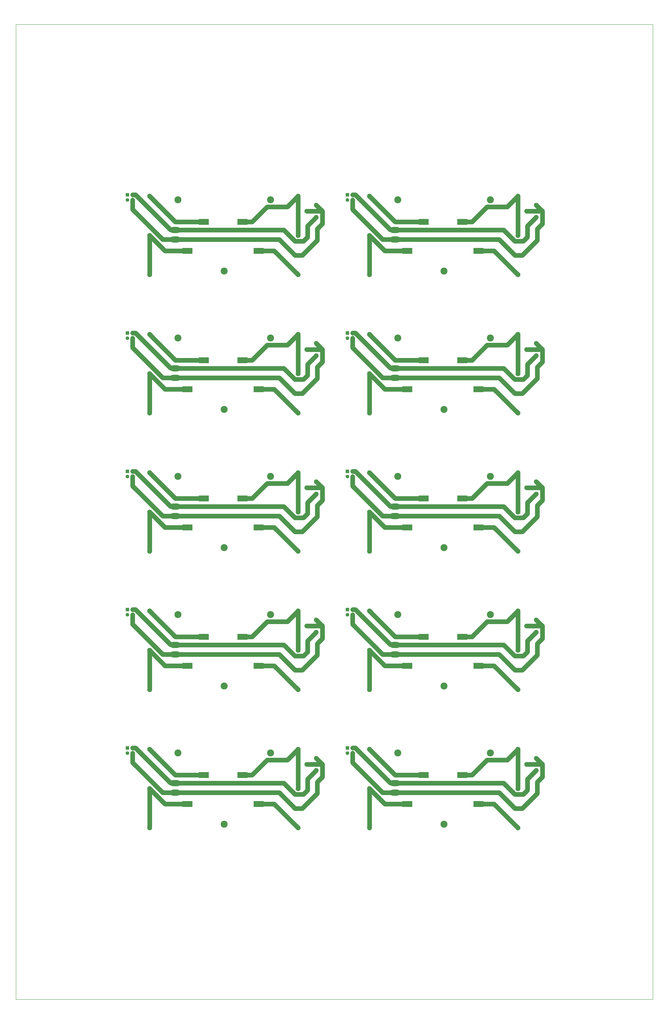
<source format=gbl>
%FSTAX23Y23*%
%MOIN*%
%SFA1B1*%

%IPPOS*%
%ADD12C,0.005000*%
%ADD20C,0.090000*%
%ADD21R,0.070000X0.070000*%
%ADD22C,0.070000*%
%ADD23C,0.094490*%
%ADD24C,0.135430*%
%ADD25C,0.135430*%
%ADD26R,0.196850X0.118110*%
%ADD27O,0.196850X0.118110*%
%ADD28C,0.090000*%
%LNpowerboardv1-1*%
%LPD*%
G54D20*
X05619Y04543D03*
G54D12*
X0Y0D02*
X12312D01*
Y18836*
X0*
Y0*
G54D20*
X05804Y04425D03*
Y04661D03*
G54D21*
X02154Y04861D03*
G54D22*
X02154Y04761D03*
X02254Y04861D03*
Y04761D03*
G54D23*
X02583Y04834D03*
X05453D03*
X02583Y03315D03*
X05453D03*
Y04074D03*
X02583D03*
G54D24*
X03128Y04764D03*
X04919D03*
G54D25*
X04024Y03386D03*
G54D26*
X04691Y03776D03*
X03314D03*
X03628Y04336D03*
X04377D03*
G54D27*
X03077Y03996D03*
Y04179D03*
G54D28*
X02583Y04074D02*
X02881Y03776D01*
X03314*
X04377Y04336D02*
X04564D01*
X04855Y04627*
X05246*
X05453Y04834*
X02583D02*
X0308Y04336D01*
X03628*
X02254Y04861D02*
X02308D01*
X02986Y04184D02*
X03072D01*
X02308Y04861D02*
X02986Y04184D01*
X02254Y04577D02*
Y04761D01*
Y04577D02*
X02835Y03996D01*
X02583Y03315D02*
Y04074D01*
X04691Y03776D02*
X04991D01*
X05453Y03315*
X02835Y03996D02*
X05089D01*
X03072Y04184D02*
X03077Y04179D01*
X05177*
X05089Y03996D02*
X05394Y03691D01*
X05534*
X05453Y04074D02*
Y04834D01*
X05177Y04179D02*
X05392Y03964D01*
X05557*
X05635Y04042*
X05534Y03691D02*
X05824Y03981D01*
Y04201*
X05635Y04042D02*
Y04256D01*
X05804Y04425*
X05619Y04543D02*
X05924D01*
X05804Y04661D02*
X059Y04566D01*
X05824Y04201D02*
X05924Y04301D01*
X059Y04566D02*
X05902D01*
X05924Y04543*
Y04301D02*
Y04543D01*
G54D20*
X09869Y04543D03*
X10055Y04425D03*
Y04661D03*
G54D21*
X06405Y04861D03*
G54D22*
X06405Y04761D03*
X06505Y04861D03*
Y04761D03*
G54D23*
X06833Y04834D03*
X09703D03*
X06833Y03315D03*
X09703D03*
Y04074D03*
X06833D03*
G54D24*
X07378Y04764D03*
X09169D03*
G54D25*
X08274Y03386D03*
G54D26*
X08941Y03776D03*
X07564D03*
X07878Y04336D03*
X08627D03*
G54D27*
X07327Y03996D03*
Y04179D03*
G54D28*
X06833Y04074D02*
X07131Y03776D01*
X07564*
X08627Y04336D02*
X08815D01*
X09106Y04627*
X09496*
X09703Y04834*
X06833D02*
X0733Y04336D01*
X07878*
X06505Y04861D02*
X06559D01*
X07236Y04184D02*
X07322D01*
X06559Y04861D02*
X07236Y04184D01*
X06505Y04577D02*
Y04761D01*
Y04577D02*
X07086Y03996D01*
X06833Y03315D02*
Y04074D01*
X08941Y03776D02*
X09241D01*
X09703Y03315*
X07086Y03996D02*
X0934D01*
X07322Y04184D02*
X07327Y04179D01*
X09427*
X0934Y03996D02*
X09645Y03691D01*
X09785*
X09703Y04074D02*
Y04834D01*
X09427Y04179D02*
X09642Y03964D01*
X09807*
X09885Y04042*
X09785Y03691D02*
X10075Y03981D01*
Y04201*
X09885Y04042D02*
Y04256D01*
X10055Y04425*
X09869Y04543D02*
X10175D01*
X10055Y04661D02*
X1015Y04566D01*
X10075Y04201D02*
X10175Y04301D01*
X1015Y04566D02*
X10152D01*
X10175Y04543*
Y04301D02*
Y04543D01*
G54D20*
X05619Y07215D03*
X05804Y07097D03*
Y07333D03*
G54D21*
X02154Y07533D03*
G54D22*
X02154Y07433D03*
X02254Y07533D03*
Y07433D03*
G54D23*
X02583Y07506D03*
X05453D03*
X02583Y05987D03*
X05453D03*
Y06746D03*
X02583D03*
G54D24*
X03128Y07436D03*
X04919D03*
G54D25*
X04024Y06058D03*
G54D26*
X04691Y06448D03*
X03314D03*
X03628Y07008D03*
X04377D03*
G54D27*
X03077Y06668D03*
Y06851D03*
G54D28*
X02583Y06746D02*
X02881Y06448D01*
X03314*
X04377Y07008D02*
X04564D01*
X04855Y07299*
X05246*
X05453Y07506*
X02583D02*
X0308Y07008D01*
X03628*
X02254Y07533D02*
X02308D01*
X02986Y06856D02*
X03072D01*
X02308Y07533D02*
X02986Y06856D01*
X02254Y07249D02*
Y07433D01*
Y07249D02*
X02835Y06668D01*
X02583Y05987D02*
Y06746D01*
X04691Y06448D02*
X04991D01*
X05453Y05987*
X02835Y06668D02*
X05089D01*
X03072Y06856D02*
X03077Y06851D01*
X05177*
X05089Y06668D02*
X05394Y06363D01*
X05534*
X05453Y06746D02*
Y07506D01*
X05177Y06851D02*
X05392Y06636D01*
X05557*
X05635Y06714*
X05534Y06363D02*
X05824Y06653D01*
Y06873*
X05635Y06714D02*
Y06928D01*
X05804Y07097*
X05619Y07215D02*
X05924D01*
X05804Y07333D02*
X059Y07238D01*
X05824Y06873D02*
X05924Y06973D01*
X059Y07238D02*
X05902D01*
X05924Y07215*
Y06973D02*
Y07215D01*
G54D20*
X09869Y07215D03*
X10055Y07097D03*
Y07333D03*
G54D21*
X06405Y07533D03*
G54D22*
X06405Y07433D03*
X06505Y07533D03*
Y07433D03*
G54D23*
X06833Y07506D03*
X09703D03*
X06833Y05987D03*
X09703D03*
Y06746D03*
X06833D03*
G54D24*
X07378Y07436D03*
X09169D03*
G54D25*
X08274Y06058D03*
G54D26*
X08941Y06448D03*
X07564D03*
X07878Y07008D03*
X08627D03*
G54D27*
X07327Y06668D03*
Y06851D03*
G54D28*
X06833Y06746D02*
X07131Y06448D01*
X07564*
X08627Y07008D02*
X08815D01*
X09106Y07299*
X09496*
X09703Y07506*
X06833D02*
X0733Y07008D01*
X07878*
X06505Y07533D02*
X06559D01*
X07236Y06856D02*
X07322D01*
X06559Y07533D02*
X07236Y06856D01*
X06505Y07249D02*
Y07433D01*
Y07249D02*
X07086Y06668D01*
X06833Y05987D02*
Y06746D01*
X08941Y06448D02*
X09241D01*
X09703Y05987*
X07086Y06668D02*
X0934D01*
X07322Y06856D02*
X07327Y06851D01*
X09427*
X0934Y06668D02*
X09645Y06363D01*
X09785*
X09703Y06746D02*
Y07506D01*
X09427Y06851D02*
X09642Y06636D01*
X09807*
X09885Y06714*
X09785Y06363D02*
X10075Y06653D01*
Y06873*
X09885Y06714D02*
Y06928D01*
X10055Y07097*
X09869Y07215D02*
X10175D01*
X10055Y07333D02*
X1015Y07238D01*
X10075Y06873D02*
X10175Y06973D01*
X1015Y07238D02*
X10152D01*
X10175Y07215*
Y06973D02*
Y07215D01*
G54D20*
X05619Y09886D03*
X05804Y09768D03*
Y10004D03*
G54D21*
X02154Y10204D03*
G54D22*
X02154Y10104D03*
X02254Y10204D03*
Y10104D03*
G54D23*
X02583Y10177D03*
X05453D03*
X02583Y08659D03*
X05453D03*
Y09418D03*
X02583D03*
G54D24*
X03128Y10107D03*
X04919D03*
G54D25*
X04024Y0873D03*
G54D26*
X04691Y0912D03*
X03314D03*
X03628Y09679D03*
X04377D03*
G54D27*
X03077Y0934D03*
Y09522D03*
G54D28*
X02583Y09418D02*
X02881Y0912D01*
X03314*
X04377Y09679D02*
X04564D01*
X04855Y0997*
X05246*
X05453Y10177*
X02583D02*
X0308Y09679D01*
X03628*
X02254Y10204D02*
X02308D01*
X02986Y09527D02*
X03072D01*
X02308Y10204D02*
X02986Y09527D01*
X02254Y0992D02*
Y10104D01*
Y0992D02*
X02835Y0934D01*
X02583Y08659D02*
Y09418D01*
X04691Y0912D02*
X04991D01*
X05453Y08659*
X02835Y0934D02*
X05089D01*
X03072Y09527D02*
X03077Y09522D01*
X05177*
X05089Y0934D02*
X05394Y09035D01*
X05534*
X05453Y09418D02*
Y10177D01*
X05177Y09522D02*
X05392Y09308D01*
X05557*
X05635Y09386*
X05534Y09035D02*
X05824Y09325D01*
Y09544*
X05635Y09386D02*
Y09599D01*
X05804Y09768*
X05619Y09886D02*
X05924D01*
X05804Y10004D02*
X059Y09909D01*
X05824Y09544D02*
X05924Y09644D01*
X059Y09909D02*
X05902D01*
X05924Y09886*
Y09644D02*
Y09886D01*
G54D20*
X09869Y09886D03*
X10055Y09768D03*
Y10004D03*
G54D21*
X06405Y10204D03*
G54D22*
X06405Y10104D03*
X06505Y10204D03*
Y10104D03*
G54D23*
X06833Y10177D03*
X09703D03*
X06833Y08659D03*
X09703D03*
Y09418D03*
X06833D03*
G54D24*
X07378Y10107D03*
X09169D03*
G54D25*
X08274Y0873D03*
G54D26*
X08941Y0912D03*
X07564D03*
X07878Y09679D03*
X08627D03*
G54D27*
X07327Y0934D03*
Y09522D03*
G54D28*
X06833Y09418D02*
X07131Y0912D01*
X07564*
X08627Y09679D02*
X08815D01*
X09106Y0997*
X09496*
X09703Y10177*
X06833D02*
X0733Y09679D01*
X07878*
X06505Y10204D02*
X06559D01*
X07236Y09527D02*
X07322D01*
X06559Y10204D02*
X07236Y09527D01*
X06505Y0992D02*
Y10104D01*
Y0992D02*
X07086Y0934D01*
X06833Y08659D02*
Y09418D01*
X08941Y0912D02*
X09241D01*
X09703Y08659*
X07086Y0934D02*
X0934D01*
X07322Y09527D02*
X07327Y09522D01*
X09427*
X0934Y0934D02*
X09645Y09035D01*
X09785*
X09703Y09418D02*
Y10177D01*
X09427Y09522D02*
X09642Y09308D01*
X09807*
X09885Y09386*
X09785Y09035D02*
X10075Y09325D01*
Y09544*
X09885Y09386D02*
Y09599D01*
X10055Y09768*
X09869Y09886D02*
X10175D01*
X10055Y10004D02*
X1015Y09909D01*
X10075Y09544D02*
X10175Y09644D01*
X1015Y09909D02*
X10152D01*
X10175Y09886*
Y09644D02*
Y09886D01*
G54D20*
X05619Y12558D03*
X05804Y1244D03*
Y12676D03*
G54D21*
X02154Y12876D03*
G54D22*
X02154Y12776D03*
X02254Y12876D03*
Y12776D03*
G54D23*
X02583Y12849D03*
X05453D03*
X02583Y1133D03*
X05453D03*
Y12089D03*
X02583D03*
G54D24*
X03128Y12779D03*
X04919D03*
G54D25*
X04024Y11401D03*
G54D26*
X04691Y11791D03*
X03314D03*
X03628Y12351D03*
X04377D03*
G54D27*
X03077Y12011D03*
Y12194D03*
G54D28*
X02583Y12089D02*
X02881Y11791D01*
X03314*
X04377Y12351D02*
X04564D01*
X04855Y12642*
X05246*
X05453Y12849*
X02583D02*
X0308Y12351D01*
X03628*
X02254Y12876D02*
X02308D01*
X02986Y12199D02*
X03072D01*
X02308Y12876D02*
X02986Y12199D01*
X02254Y12592D02*
Y12776D01*
Y12592D02*
X02835Y12011D01*
X02583Y1133D02*
Y12089D01*
X04691Y11791D02*
X04991D01*
X05453Y1133*
X02835Y12011D02*
X05089D01*
X03072Y12199D02*
X03077Y12194D01*
X05177*
X05089Y12011D02*
X05394Y11706D01*
X05534*
X05453Y12089D02*
Y12849D01*
X05177Y12194D02*
X05392Y11979D01*
X05557*
X05635Y12057*
X05534Y11706D02*
X05824Y11996D01*
Y12216*
X05635Y12057D02*
Y12271D01*
X05804Y1244*
X05619Y12558D02*
X05924D01*
X05804Y12676D02*
X059Y12581D01*
X05824Y12216D02*
X05924Y12316D01*
X059Y12581D02*
X05902D01*
X05924Y12558*
Y12316D02*
Y12558D01*
G54D20*
X09869Y12558D03*
X10055Y1244D03*
Y12676D03*
G54D21*
X06405Y12876D03*
G54D22*
X06405Y12776D03*
X06505Y12876D03*
Y12776D03*
G54D23*
X06833Y12849D03*
X09703D03*
X06833Y1133D03*
X09703D03*
Y12089D03*
X06833D03*
G54D24*
X07378Y12779D03*
X09169D03*
G54D25*
X08274Y11401D03*
G54D26*
X08941Y11791D03*
X07564D03*
X07878Y12351D03*
X08627D03*
G54D27*
X07327Y12011D03*
Y12194D03*
G54D28*
X06833Y12089D02*
X07131Y11791D01*
X07564*
X08627Y12351D02*
X08815D01*
X09106Y12642*
X09496*
X09703Y12849*
X06833D02*
X0733Y12351D01*
X07878*
X06505Y12876D02*
X06559D01*
X07236Y12199D02*
X07322D01*
X06559Y12876D02*
X07236Y12199D01*
X06505Y12592D02*
Y12776D01*
Y12592D02*
X07086Y12011D01*
X06833Y1133D02*
Y12089D01*
X08941Y11791D02*
X09241D01*
X09703Y1133*
X07086Y12011D02*
X0934D01*
X07322Y12199D02*
X07327Y12194D01*
X09427*
X0934Y12011D02*
X09645Y11706D01*
X09785*
X09703Y12089D02*
Y12849D01*
X09427Y12194D02*
X09642Y11979D01*
X09807*
X09885Y12057*
X09785Y11706D02*
X10075Y11996D01*
Y12216*
X09885Y12057D02*
Y12271D01*
X10055Y1244*
X09869Y12558D02*
X10175D01*
X10055Y12676D02*
X1015Y12581D01*
X10075Y12216D02*
X10175Y12316D01*
X1015Y12581D02*
X10152D01*
X10175Y12558*
Y12316D02*
Y12558D01*
G54D20*
X05619Y1523D03*
X05804Y15112D03*
Y15348D03*
G54D21*
X02154Y15548D03*
G54D22*
X02154Y15448D03*
X02254Y15548D03*
Y15448D03*
G54D23*
X02583Y15521D03*
X05453D03*
X02583Y14002D03*
X05453D03*
Y14761D03*
X02583D03*
G54D24*
X03128Y15451D03*
X04919D03*
G54D25*
X04024Y14073D03*
G54D26*
X04691Y14463D03*
X03314D03*
X03628Y15023D03*
X04377D03*
G54D27*
X03077Y14683D03*
Y14866D03*
G54D28*
X02583Y14761D02*
X02881Y14463D01*
X03314*
X04377Y15023D02*
X04564D01*
X04855Y15314*
X05246*
X05453Y15521*
X02583D02*
X0308Y15023D01*
X03628*
X02254Y15548D02*
X02308D01*
X02986Y14871D02*
X03072D01*
X02308Y15548D02*
X02986Y14871D01*
X02254Y15264D02*
Y15448D01*
Y15264D02*
X02835Y14683D01*
X02583Y14002D02*
Y14761D01*
X04691Y14463D02*
X04991D01*
X05453Y14002*
X02835Y14683D02*
X05089D01*
X03072Y14871D02*
X03077Y14866D01*
X05177*
X05089Y14683D02*
X05394Y14378D01*
X05534*
X05453Y14761D02*
Y15521D01*
X05177Y14866D02*
X05392Y14651D01*
X05557*
X05635Y14729*
X05534Y14378D02*
X05824Y14668D01*
Y14888*
X05635Y14729D02*
Y14943D01*
X05804Y15112*
X05619Y1523D02*
X05924D01*
X05804Y15348D02*
X059Y15253D01*
X05824Y14888D02*
X05924Y14988D01*
X059Y15253D02*
X05902D01*
X05924Y1523*
Y14988D02*
Y1523D01*
G54D20*
X09869Y1523D03*
X10055Y15112D03*
Y15348D03*
G54D21*
X06405Y15548D03*
G54D22*
X06405Y15448D03*
X06505Y15548D03*
Y15448D03*
G54D23*
X06833Y15521D03*
X09703D03*
X06833Y14002D03*
X09703D03*
Y14761D03*
X06833D03*
G54D24*
X07378Y15451D03*
X09169D03*
G54D25*
X08274Y14073D03*
G54D26*
X08941Y14463D03*
X07564D03*
X07878Y15023D03*
X08627D03*
G54D27*
X07327Y14683D03*
Y14866D03*
G54D28*
X06833Y14761D02*
X07131Y14463D01*
X07564*
X08627Y15023D02*
X08815D01*
X09106Y15314*
X09496*
X09703Y15521*
X06833D02*
X0733Y15023D01*
X07878*
X06505Y15548D02*
X06559D01*
X07236Y14871D02*
X07322D01*
X06559Y15548D02*
X07236Y14871D01*
X06505Y15264D02*
Y15448D01*
Y15264D02*
X07086Y14683D01*
X06833Y14002D02*
Y14761D01*
X08941Y14463D02*
X09241D01*
X09703Y14002*
X07086Y14683D02*
X0934D01*
X07322Y14871D02*
X07327Y14866D01*
X09427*
X0934Y14683D02*
X09645Y14378D01*
X09785*
X09703Y14761D02*
Y15521D01*
X09427Y14866D02*
X09642Y14651D01*
X09807*
X09885Y14729*
X09785Y14378D02*
X10075Y14668D01*
Y14888*
X09885Y14729D02*
Y14943D01*
X10055Y15112*
X09869Y1523D02*
X10175D01*
X10055Y15348D02*
X1015Y15253D01*
X10075Y14888D02*
X10175Y14988D01*
X1015Y15253D02*
X10152D01*
X10175Y1523*
Y14988D02*
Y1523D01*
M02*
</source>
